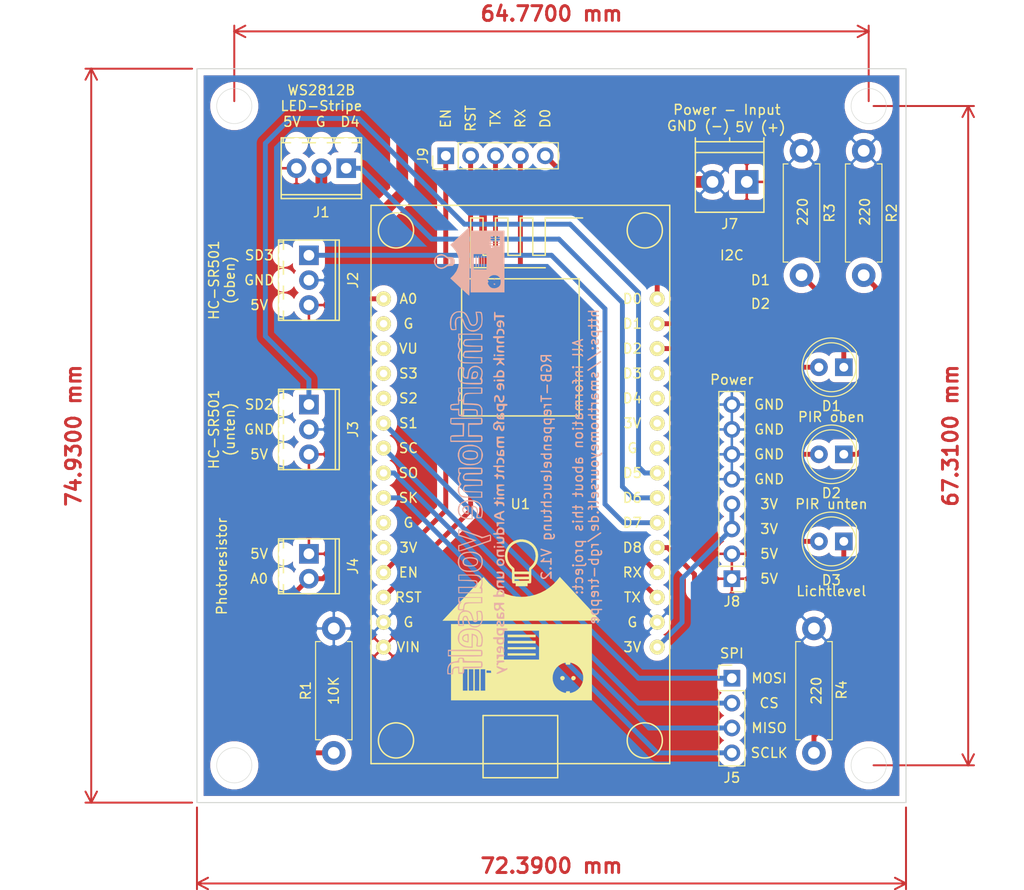
<source format=kicad_pcb>
(kicad_pcb (version 20221018) (generator pcbnew)
  (layers (0 "F.Cu" signal) (31 "B.Cu" signal) (34 "B.Paste" user) (35 "F.Paste" user) (36 "B.SilkS" user "B.Silkscreen") (37 "F.SilkS" user "F.Silkscreen") (38 "B.Mask" user) (39 "F.Mask" user) (44 "Edge.Cuts" user))
  (net 0 "")
  (net 1 "Net-(D1-Pad1)")
  (net 2 "GND")
  (net 3 "+5V")
  (net 4 "Net-(J4-Pad2)")
  (net 5 "Net-(J5-Pad4)")
  (net 6 "Net-(J5-Pad3)")
  (net 7 "Net-(J5-Pad2)")
  (net 8 "Net-(J5-Pad1)")
  (net 9 "Net-(J8-Pad3)")
  (net 10 "Net-(J9-Pad5)")
  (net 11 "Net-(J9-Pad4)")
  (net 12 "Net-(J9-Pad3)")
  (net 13 "Net-(J9-Pad2)")
  (net 14 "Net-(J9-Pad1)")
  (net 15 "LED-PIR-Oben")
  (net 16 "Net-(D2-Pad1)")
  (net 17 "LED-PIR-Unten")
  (net 18 "LED-LIGHTLEVEL")
  (net 19 "Net-(D3-Pad1)")
  (net 20 "RGB-LEDs")
  (net 21 "PIR-OBEN")
  (net 22 "PIR-UNTEN")
  (net 23 "Net-(U1-Pad2)")
  (net 24 "Net-(U1-Pad3)")
  (net 25 "Net-(U1-Pad4)")
  (net 26 "Net-(U1-Pad5)")
  (net 27 "Net-(U1-Pad10)")
  (net 28 "Net-(U1-Pad11)")
  (net 29 "Net-(U1-Pad24)")
  (net 30 "Net-(U1-Pad25)")
  (net 31 "Net-(U1-Pad26)")
  (net 32 "Net-(U1-Pad27)")
  (footprint "LEDs:LED_D5.0mm" (layer "F.Cu") (at 187.96 81.28 180)
    (fp_text reference "D1" (at 1.27 -3.96) (layer "F.SilkS"))
    (fp_text value "LED PIR oben")
    (pad "1" thru_hole rect (at 0 0 180) (size 1.8 1.8) (drill 0.9) (layers "*.Cu" "*.Mask") (net 1 "Net-(D1-Pad1)"))
    (pad "2" thru_hole circle (at 2.54 0 180) (size 1.8 1.8) (drill 0.9) (layers "*.Cu" "*.Mask") (net 15 "LED-PIR-Oben"))
  )
  (footprint "LEDs:LED_D5.0mm" (layer "F.Cu") (at 187.96 90.17 180)
    (fp_text reference "D2" (at 1.27 -3.96) (layer "F.SilkS"))
    (fp_text value "LED PIR unten")
    (pad "1" thru_hole rect (at 0 0 180) (size 1.8 1.8) (drill 0.9) (layers "*.Cu" "*.Mask") (net 16 "Net-(D2-Pad1)"))
    (pad "2" thru_hole circle (at 2.54 0 180) (size 1.8 1.8) (drill 0.9) (layers "*.Cu" "*.Mask") (net 17 "LED-PIR-Unten"))
  )
  (footprint "LEDs:LED_D5.0mm" (layer "F.Cu") (at 187.96 99.06 180)
    (fp_text reference "D3" (at 1.27 -3.96) (layer "F.SilkS"))
    (fp_text value "LED Photoresistor")
    (pad "1" thru_hole rect (at 0 0 180) (size 1.8 1.8) (drill 0.9) (layers "*.Cu" "*.Mask") (net 19 "Net-(D3-Pad1)"))
    (pad "2" thru_hole circle (at 2.54 0 180) (size 1.8 1.8) (drill 0.9) (layers "*.Cu" "*.Mask") (net 18 "LED-LIGHTLEVEL"))
  )
  (footprint "TerminalBlocks_Phoenix:TerminalBlock_Phoenix_MPT-2.54mm_3pol" (layer "F.Cu") (at 137.16 60.96 180)
    (fp_text reference "J1" (at 2.54 -4.50088) (layer "F.SilkS"))
    (fp_text value "WS2812B")
    (pad "" np_thru_hole circle (at 0 2.54 180) (size 1.1 1.1) (drill 1.1) (layers "*.Cu" "*.Mask"))
    (pad "" np_thru_hole circle (at 2.54 2.54 180) (size 1.1 1.1) (drill 1.1) (layers "*.Cu" "*.Mask"))
    (pad "" np_thru_hole circle (at 5.08 2.54 180) (size 1.1 1.1) (drill 1.1) (layers "*.Cu" "*.Mask"))
    (pad "1" thru_hole rect (at 0 0 180) (size 1.99898 1.99898) (drill 1.09728) (layers "*.Cu" "*.Mask") (net 20 "RGB-LEDs"))
    (pad "2" thru_hole oval (at 2.54 0 180) (size 1.99898 1.99898) (drill 1.09728) (layers "*.Cu" "*.Mask") (net 2 "GND"))
    (pad "3" thru_hole oval (at 5.08 0 180) (size 1.99898 1.99898) (drill 1.09728) (layers "*.Cu" "*.Mask") (net 3 "+5V"))
  )
  (footprint "TerminalBlocks_Phoenix:TerminalBlock_Phoenix_MPT-2.54mm_3pol" (layer "F.Cu") (at 133.35 69.85 -90)
    (fp_text reference "J2" (at 2.54 -4.50088 90) (layer "F.SilkS"))
    (fp_text value "HC-SR501 (oben)")
    (pad "" np_thru_hole circle (at 0 2.54 270) (size 1.1 1.1) (drill 1.1) (layers "*.Cu" "*.Mask"))
    (pad "" np_thru_hole circle (at 2.54 2.54 270) (size 1.1 1.1) (drill 1.1) (layers "*.Cu" "*.Mask"))
    (pad "" np_thru_hole circle (at 5.08 2.54 270) (size 1.1 1.1) (drill 1.1) (layers "*.Cu" "*.Mask"))
    (pad "1" thru_hole rect (at 0 0 270) (size 1.99898 1.99898) (drill 1.09728) (layers "*.Cu" "*.Mask") (net 21 "PIR-OBEN"))
    (pad "2" thru_hole oval (at 2.54 0 270) (size 1.99898 1.99898) (drill 1.09728) (layers "*.Cu" "*.Mask") (net 2 "GND"))
    (pad "3" thru_hole oval (at 5.08 0 270) (size 1.99898 1.99898) (drill 1.09728) (layers "*.Cu" "*.Mask") (net 3 "+5V"))
  )
  (footprint "TerminalBlocks_Phoenix:TerminalBlock_Phoenix_MPT-2.54mm_3pol" (layer "F.Cu") (at 133.35 85.09 -90)
    (fp_text reference "J3" (at 2.54 -4.50088 90) (layer "F.SilkS"))
    (fp_text value "HC-SR501 (unten)")
    (pad "" np_thru_hole circle (at 0 2.54 270) (size 1.1 1.1) (drill 1.1) (layers "*.Cu" "*.Mask"))
    (pad "" np_thru_hole circle (at 2.54 2.54 270) (size 1.1 1.1) (drill 1.1) (layers "*.Cu" "*.Mask"))
    (pad "" np_thru_hole circle (at 5.08 2.54 270) (size 1.1 1.1) (drill 1.1) (layers "*.Cu" "*.Mask"))
    (pad "1" thru_hole rect (at 0 0 270) (size 1.99898 1.99898) (drill 1.09728) (layers "*.Cu" "*.Mask") (net 22 "PIR-UNTEN"))
    (pad "2" thru_hole oval (at 2.54 0 270) (size 1.99898 1.99898) (drill 1.09728) (layers "*.Cu" "*.Mask") (net 2 "GND"))
    (pad "3" thru_hole oval (at 5.08 0 270) (size 1.99898 1.99898) (drill 1.09728) (layers "*.Cu" "*.Mask") (net 3 "+5V"))
  )
  (footprint "TerminalBlocks_Phoenix:TerminalBlock_Phoenix_MPT-2.54mm_2pol" (layer "F.Cu") (at 133.35 100.33 -90)
    (fp_text reference "J4" (at 1.27 -4.50088 90) (layer "F.SilkS"))
    (fp_text value "Photoresistor")
    (pad "" np_thru_hole circle (at 0 2.54 270) (size 1.1 1.1) (drill 1.1) (layers "*.Cu" "*.Mask"))
    (pad "" np_thru_hole circle (at 2.54 2.54 270) (size 1.1 1.1) (drill 1.1) (layers "*.Cu" "*.Mask"))
    (pad "1" thru_hole rect (at 0 0 270) (size 1.99898 1.99898) (drill 1.09728) (layers "*.Cu" "*.Mask") (net 3 "+5V"))
    (pad "2" thru_hole oval (at 2.54 0 270) (size 1.99898 1.99898) (drill 1.09728) (layers "*.Cu" "*.Mask") (net 4 "Net-(J4-Pad2)"))
  )
  (footprint "Pin_Headers:Pin_Header_Straight_1x04_Pitch2.54mm" (layer "F.Cu") (at 176.53 113.03)
    (fp_text reference "J5" (at 0 10.16) (layer "F.SilkS"))
    (fp_text value "SPI")
    (pad "1" thru_hole rect (at 0 0) (size 1.7 1.7) (drill 1) (layers "*.Cu" "*.Mask") (net 8 "Net-(J5-Pad1)"))
    (pad "2" thru_hole oval (at 0 2.54) (size 1.7 1.7) (drill 1) (layers "*.Cu" "*.Mask") (net 7 "Net-(J5-Pad2)"))
    (pad "3" thru_hole oval (at 0 5.08) (size 1.7 1.7) (drill 1) (layers "*.Cu" "*.Mask") (net 6 "Net-(J5-Pad3)"))
    (pad "4" thru_hole oval (at 0 7.62) (size 1.7 1.7) (drill 1) (layers "*.Cu" "*.Mask") (net 5 "Net-(J5-Pad4)"))
  )
  (footprint "TerminalBlocks_Phoenix:TerminalBlock_Phoenix_PT-3.5mm_2pol" (layer "F.Cu") (at 178.054 62.357 180)
    (fp_text reference "J7" (at 1.75 -4.3) (layer "F.SilkS"))
    (fp_text value "Screw_Terminal_01x02")
    (pad "1" thru_hole rect (at 0 0 180) (size 2.4 2.4) (drill 1.2) (layers "*.Cu" "*.Mask") (net 3 "+5V"))
    (pad "2" thru_hole circle (at 3.5 0 180) (size 2.4 2.4) (drill 1.2) (layers "*.Cu" "*.Mask") (net 2 "GND"))
  )
  (footprint "Pin_Headers:Pin_Header_Straight_1x08_Pitch2.54mm" (layer "F.Cu") (at 176.53 102.87 180)
    (fp_text reference "J8" (at 0 -2.33) (layer "F.SilkS"))
    (fp_text value "Power")
    (pad "1" thru_hole rect (at 0 0 180) (size 1.7 1.7) (drill 1) (layers "*.Cu" "*.Mask") (net 3 "+5V"))
    (pad "2" thru_hole oval (at 0 2.54 180) (size 1.7 1.7) (drill 1) (layers "*.Cu" "*.Mask") (net 3 "+5V"))
    (pad "3" thru_hole oval (at 0 5.08 180) (size 1.7 1.7) (drill 1) (layers "*.Cu" "*.Mask") (net 9 "Net-(J8-Pad3)"))
    (pad "4" thru_hole oval (at 0 7.62 180) (size 1.7 1.7) (drill 1) (layers "*.Cu" "*.Mask") (net 9 "Net-(J8-Pad3)"))
    (pad "5" thru_hole oval (at 0 10.16 180) (size 1.7 1.7) (drill 1) (layers "*.Cu" "*.Mask") (net 2 "GND"))
    (pad "6" thru_hole oval (at 0 12.7 180) (size 1.7 1.7) (drill 1) (layers "*.Cu" "*.Mask") (net 2 "GND"))
    (pad "7" thru_hole oval (at 0 15.24 180) (size 1.7 1.7) (drill 1) (layers "*.Cu" "*.Mask") (net 2 "GND"))
    (pad "8" thru_hole oval (at 0 17.78 180) (size 1.7 1.7) (drill 1) (layers "*.Cu" "*.Mask") (net 2 "GND"))
  )
  (footprint "Resistors_THT:R_Axial_DIN0411_L9.9mm_D3.6mm_P12.70mm_Horizontal" (layer "F.Cu") (at 135.89 120.65 90)
    (fp_text reference "R1" (at 6.35 -2.86 90) (layer "F.SilkS"))
    (fp_text value "10K")
    (pad "1" thru_hole circle (at 0 0 90) (size 2.4 2.4) (drill 1.2) (layers "*.Cu" "*.Mask") (net 4 "Net-(J4-Pad2)"))
    (pad "2" thru_hole oval (at 12.7 0 90) (size 2.4 2.4) (drill 1.2) (layers "*.Cu" "*.Mask") (net 2 "GND"))
  )
  (footprint "Resistors_THT:R_Axial_DIN0411_L9.9mm_D3.6mm_P12.70mm_Horizontal" (layer "F.Cu") (at 189.992 59.182 -90)
    (fp_text reference "R2" (at 6.35 -2.86 90) (layer "F.SilkS"))
    (fp_text value "220")
    (pad "1" thru_hole circle (at 0 0 270) (size 2.4 2.4) (drill 1.2) (layers "*.Cu" "*.Mask") (net 2 "GND"))
    (pad "2" thru_hole oval (at 12.7 0 270) (size 2.4 2.4) (drill 1.2) (layers "*.Cu" "*.Mask") (net 16 "Net-(D2-Pad1)"))
  )
  (footprint "mcu:NodeMCU1.0(12-E)" (layer "F.Cu") (at 154.94 95.25)
    (fp_text reference "U1" (at 0 0) (layer "F.SilkS"))
    (fp_text value "NodeMCU1.0(ESP-12E)")
    (fp_text user "S2" (at -11.43 -10.795) (layer "F.SilkS"))
    (fp_text user "D4" (at 11.43 -10.795) (layer "F.SilkS"))
    (fp_text user "D8" (at 11.43 4.445) (layer "F.SilkS"))
    (fp_text user "D5" (at 11.43 -3.175) (layer "F.SilkS"))
    (fp_text user "RX" (at 11.43 6.985) (layer "F.SilkS"))
    (fp_text user "SC" (at -11.43 -5.715) (layer "F.SilkS"))
    (fp_text user "TX" (at 11.43 9.525) (layer "F.SilkS"))
    (fp_text user "3V" (at 11.43 14.605) (layer "F.SilkS"))
    (fp_text user "D0" (at 11.43 -20.955) (layer "F.SilkS"))
    (fp_text user "D7" (at 11.43 1.905) (layer "F.SilkS"))
    (fp_text user "D6" (at 11.43 -0.635) (layer "F.SilkS"))
    (fp_text user "3V" (at 11.43 -8.255) (layer "F.SilkS"))
    (fp_text user "VU" (at -11.43 -15.875) (layer "F.SilkS"))
    (fp_text user "G" (at -11.43 12.065) (layer "F.SilkS"))
    (fp_text user "G" (at 11.43 12.065) (layer "F.SilkS"))
    (fp_text user "D1" (at 11.43 -18.415) (layer "F.SilkS"))
    (fp_text user "D3" (at 11.43 -13.335) (layer "F.SilkS"))
    (fp_text user "SK" (at -11.43 -0.635) (layer "F.SilkS"))
    (fp_text user "SO" (at -11.43 -3.175) (layer "F.SilkS"))
    (fp_text user "RST" (at -11.43 9.525) (layer "F.SilkS"))
    (fp_text user "3V" (at -11.43 4.445) (layer "F.SilkS"))
    (fp_text user "S3" (at -11.43 -13.335) (layer "F.SilkS"))
    (fp_text user "EN" (at -11.43 6.985) (layer "F.SilkS"))
    (fp_text user "S1" (at -11.43 -8.255) (layer "F.SilkS"))
    (fp_text user "G" (at 11.43 -5.715) (layer "F.SilkS"))
    (fp_text user "A0" (at -11.43 -20.955) (layer "F.SilkS"))
    (fp_text user "VIN" (at -11.43 14.605) (layer "F.SilkS"))
    (fp_text user "G" (at -11.43 -18.415) (layer "F.SilkS"))
    (fp_text user "D2" (at 11.43 -15.875) (layer "F.SilkS"))
    (fp_text user "G" (at -11.43 1.905) (layer "F.SilkS"))
    (pad "1" thru_hole circle (at -13.97 -20.955) (size 1.524 1.524) (drill 0.762) (layers "*.Cu" "*.Mask" "F.SilkS") (net 4 "Net-(J4-Pad2)"))
    (pad "2" thru_hole circle (at -13.97 -18.415) (size 1.524 1.524) (drill 0.762) (layers "*.Cu" "*.Mask" "F.SilkS") (net 23 "Net-(U1-Pad2)"))
    (pad "3" thru_hole circle (at -13.97 -15.875) (size 1.524 1.524) (drill 0.762) (layers "*.Cu" "*.Mask" "F.SilkS") (net 24 "Net-(U1-Pad3)"))
    (pad "4" thru_hole circle (at -13.97 -13.335) (size 1.524 1.524) (drill 0.762) (layers "*.Cu" "*.Mask" "F.SilkS") (net 25 "Net-(U1-Pad4)"))
    (pad "5" thru_hole circle (at -13.97 -10.795) (size 1.524 1.524) (drill 0.762) (layers "*.Cu" "*.Mask" "F.SilkS") (net 26 "Net-(U1-Pad5)"))
    (pad "6" thru_hole circle (at -13.97 -8.255) (size 1.524 1.524) (drill 0.762) (layers "*.Cu" "*.Mask" "F.SilkS") (net 8 "Net-(J5-Pad1)"))
    (pad "7" thru_hole circle (at -13.97 -5.715) (size 1.524 1.524) (drill 0.762) (layers "*.Cu" "*.Mask" "F.SilkS") (net 7 "Net-(J5-Pad2)"))
    (pad "8" thru_hole circle (at -13.97 -3.175) (size 1.524 1.524) (drill 0.762) (layers "*.Cu" "*.Mask" "F.SilkS") (net 6 "Net-(J5-Pad3)"))
    (pad "9" thru_hole circle (at -13.97 -0.635) (size 1.524 1.524) (drill 0.762) (layers "*.Cu" "*.Mask" "F.SilkS") (net 5 "Net-(J5-Pad4)"))
    (pad "10" thru_hole circle (at -13.97 1.905) (size 1.524 1.524) (drill 0.762) (layers "*.Cu" "*.Mask" "F.SilkS") (net 27 "Net-(U1-Pad10)"))
    (pad "11" thru_hole circle (at -13.97 4.445) (size 1.524 1.524) (drill 0.762) (layers "*.Cu" "*.Mask" "F.SilkS") (net 28 "Net-(U1-Pad11)"))
    (pad "12" thru_hole circle (at -13.97 6.985) (size 1.524 1.524) (drill 0.762) (layers "*.Cu" "*.Mask" "F.SilkS") (net 14 "Net-(J9-Pad1)"))
    (pad "13" thru_hole circle (at -13.97 9.525) (size 1.524 1.524) (drill 0.762) (layers "*.Cu" "*.Mask" "F.SilkS") (net 13 "Net-(J9-Pad2)"))
    (pad "14" thru_hole circle (at -13.97 12.065) (size 1.524 1.524) (drill 0.762) (layers "*.Cu" "*.Mask" "F.SilkS") (net 2 "GND"))
    (pad "15" thru_hole circle (at -13.97 14.605) (size 1.524 1.524) (drill 0.762) (layers "*.Cu" "*.Mask" "F.SilkS") (net 3 "+5V"))
    (pad "16" thru_hole circle (at 13.97 14.605) (size 1.524 1.524) (drill 0.762) (layers "*.Cu" "*.Mask" "F.SilkS") (net 9 "Net-(J8-Pad3)"))
    (pad "17" thru_hole circle (at 13.97 12.065) (size 1.524 1.524) (drill 0.762) (layers "*.Cu" "*.Mask" "F.SilkS") (net 2 "GND"))
    (pad "18" thru_hole circle (at 13.97 9.525) (size 1.524 1.524) (drill 0.762) (layers "*.Cu" "*.Mask" "F.SilkS") (net 12 "Net-(J9-Pad3)"))
    (pad "19" thru_hole circle (at 13.97 6.985) (size 1.524 1.524) (drill 0.762) (layers "*.Cu" "*.Mask" "F.SilkS") (net 11 "Net-(J9-Pad4)"))
    (pad "20" thru_hole circle (at 13.97 4.445) (size 1.524 1.524) (drill 0.762) (layers "*.Cu" "*.Mask" "F.SilkS") (net 18 "LED-LIGHTLEVEL"))
    (pad "21" thru_hole circle (at 13.97 1.905) (size 1.524 1.524) (drill 0.762) (layers "*.Cu" "*.Mask" "F.SilkS") (net 21 "PIR-OBEN"))
    (pad "22" thru_hole circle (at 13.97 -0.635) (size 1.524 1.524) (drill 0.762) (layers "*.Cu" "*.Mask" "F.SilkS") (net 20 "RGB-LEDs"))
    (pad "23" thru_hole circle (at 13.97 -3.175) (size 1.524 1.524) (drill 0.762) (layers "*.Cu" "*.Mask" "F.SilkS") (net 22 "PIR-UNTEN"))
    (pad "24" thru_hole circle (at 13.97 -5.715) (size 1.524 1.524) (drill 0.762) (layers "*.Cu" "*.Mask" "F.SilkS") (net 29 "Net-(U1-Pad24)"))
    (pad "25" thru_hole circle (at 13.97 -8.255) (size 1.524 1.524) (drill 0.762) (layers "*.Cu" "*.Mask" "F.SilkS") (net 30 "Net-(U1-Pad25)"))
    (pad "26" thru_hole circle (at 13.97 -10.795) (size 1.524 1.524) (drill 0.762) (layers "*.Cu" "*.Mask" "F.SilkS") (net 31 "Net-(U1-Pad26)"))
    (pad "27" thru_hole circle (at 13.97 -13.335) (size 1.524 1.524) (drill 0.762) (layers "*.Cu" "*.Mask" "F.SilkS") (net 32 "Net-(U1-Pad27)"))
    (pad "28" thru_hole circle (at 13.97 -15.875) (size 1.524 1.524) (drill 0.762) (layers "*.Cu" "*.Mask" "F.SilkS") (net 17 "LED-PIR-Unten"))
    (pad "29" thru_hole circle (at 13.97 -18.415) (size 1.524 1.524) (drill 0.762) (layers "*.Cu" "*.Mask" "F.SilkS") (net 15 "LED-PIR-Oben"))
    (pad "30" thru_hole circle (at 13.97 -20.955) (size 1.524 1.524) (drill 0.762) (layers "*.Cu" "*.Mask" "F.SilkS") (net 10 "Net-(J9-Pad5)"))
  )
  (footprint "Pin_Headers:Pin_Header_Straight_1x05_Pitch2.54mm" (layer "F.Cu") (at 147.32 59.69 90)
    (fp_text reference "J9" (at 0 -2.33 90) (layer "F.SilkS"))
    (fp_text value "Div. Pins")
    (pad "1" thru_hole rect (at 0 0 90) (size 1.7 1.7) (drill 1) (layers "*.Cu" "*.Mask") (net 14 "Net-(J9-Pad1)"))
    (pad "2" thru_hole oval (at 0 2.54 90) (size 1.7 1.7) (drill 1) (layers "*.Cu" "*.Mask") (net 13 "Net-(J9-Pad2)"))
    (pad "3" thru_hole oval (at 0 5.08 90) (size 1.7 1.7) (drill 1) (layers "*.Cu" "*.Mask") (net 12 "Net-(J9-Pad3)"))
    (pad "4" thru_hole oval (at 0 7.62 90) (size 1.7 1.7) (drill 1) (layers "*.Cu" "*.Mask") (net 11 "Net-(J9-Pad4)"))
    (pad "5" thru_hole oval (at 0 10.16 90) (size 1.7 1.7) (drill 1) (layers "*.Cu" "*.Mask") (net 10 "Net-(J9-Pad5)"))
  )
  (footprint "Resistors_THT:R_Axial_DIN0411_L9.9mm_D3.6mm_P12.70mm_Horizontal" (layer "F.Cu") (at 183.642 59.182 -90)
    (fp_text reference "R3" (at 6.35 -2.86 90) (layer "F.SilkS"))
    (fp_text value "220")
    (pad "1" thru_hole circle (at 0 0 270) (size 2.4 2.4) (drill 1.2) (layers "*.Cu" "*.Mask") (net 2 "GND"))
    (pad "2" thru_hole oval (at 12.7 0 270) (size 2.4 2.4) (drill 1.2) (layers "*.Cu" "*.Mask") (net 1 "Net-(D1-Pad1)"))
  )
  (footprint "Resistors_THT:R_Axial_DIN0411_L9.9mm_D3.6mm_P12.70mm_Horizontal" (layer "F.Cu") (at 184.912 107.95 -90)
    (fp_text reference "R4" (at 6.271999 -2.826001 90) (layer "F.SilkS"))
    (fp_text value "220")
    (pad "1" thru_hole circle (at 0 0 270) (size 2.4 2.4) (drill 1.2) (layers "*.Cu" "*.Mask") (net 2 "GND"))
    (pad "2" thru_hole oval (at 12.7 0 270) (size 2.4 2.4) (drill 1.2) (layers "*.Cu" "*.Mask") (net 19 "Net-(D3-Pad1)"))
  )
  (footprint "Grafiken:shys-logo-haus" (layer "F.Cu") (at 155.067 107.061)
    (fp_text reference "G***" hide)
    (fp_text value "LOGO" hide)
  )
  (footprint "Grafiken:SHYS-Logo-Default" (layer "B.Cu") (at 149.86 89.789 -90)
    (fp_text reference "G***" hide)
    (fp_text value "LOGO" hide)
  )
  (gr_circle (center 125.73 54.61) (end 124.46 55.88) (stroke (width 0.05)) (fill none) (layer "Edge.Cuts"))
  (gr_line (start 194.31 125.73) (end 121.92 125.73) (stroke (width 0.1)) (layer "Edge.Cuts"))
  (gr_circle (center 190.5 121.92) (end 191.77 123.19) (stroke (width 0.05)) (fill none) (layer "Edge.Cuts"))
  (gr_line (start 121.92 50.8) (end 194.31 50.8) (stroke (width 0.1)) (layer "Edge.Cuts"))
  (gr_circle (center 190.5 54.61) (end 191.77 55.88) (stroke (width 0.05)) (fill none) (layer "Edge.Cuts"))
  (gr_line (start 194.31 50.8) (end 194.31 125.73) (stroke (width 0.1)) (layer "Edge.Cuts"))
  (gr_line (start 121.92 125.73) (end 121.92 50.8) (stroke (width 0.1)) (layer "Edge.Cuts"))
  (gr_circle (center 125.73 121.92) (end 124.46 123.19) (stroke (width 0.05)) (fill none) (layer "Edge.Cuts"))
  (gr_text "RGB-Treppenbeleuchtung V1.2\n\nAll information about this project:\nhttps://smarthomeyourself.de/rgb-treppe" (at 160.02 91.44 90) (layer "B.SilkS") (effects (font (size 1 1)) (justify mirror)))
  (gr_text "HC-SR501\n(oben)" (at 124.46 72.39 90) (layer "F.SilkS") (effects (font (size 1 1))))
  (gr_text "220" (at 183.769 65.405 90) (layer "F.SilkS") (effects (font (size 1 1))))
  (gr_text "SPI" (at 176.53 110.49) (layer "F.SilkS") (effects (font (size 1 1))))
  (gr_text "GND" (at 180.34 90.17) (layer "F.SilkS") (effects (font (size 1 1))))
  (gr_text "SCLK" (at 180.34 120.65) (layer "F.SilkS") (effects (font (size 1 1))))
  (gr_text "Power - Input" (at 176.022 54.991) (layer "F.SilkS") (effects (font (size 1 1))))
  (gr_text "10K" (at 135.89 114.3 90) (layer "F.SilkS") (effects (font (size 1 1))))
  (gr_text "5V" (at 180.34 100.33) (layer "F.SilkS") (effects (font (size 1 1))))
  (gr_text "220" (at 185.166 114.3 90) (layer "F.SilkS") (effects (font (size 1 1))))
  (gr_text "CS" (at 180.34 115.57) (layer "F.SilkS") (effects (font (size 1 1))))
  (gr_text "GND" (at 180.34 87.63) (layer "F.SilkS") (effects (font (size 1 1))))
  (gr_text "RX" (at 154.94 55.88 90) (layer "F.SilkS") (effects (font (size 1 1))))
  (gr_text "PIR oben" (at 186.69 86.36) (layer "F.SilkS") (effects (font (size 1 1))))
  (gr_text "MOSI" (at 180.34 113.03) (layer "F.SilkS") (effects (font (size 1 1))))
  (gr_text "5V" (at 180.34 102.87) (layer "F.SilkS") (effects (font (size 1 1))))
  (gr_text "Photoresistor" (at 124.46 101.6 90) (layer "F.SilkS") (effects (font (size 1 1))))
  (gr_text "3V" (at 180.34 97.79) (layer "F.SilkS") (effects (font (size 1 1))))
  (gr_text "Lichtlevel" (at 186.69 104.14) (layer "F.SilkS") (effects (font (size 1 1))))
  (gr_text "GND" (at 128.27 87.63) (layer "F.SilkS") (effects (font (size 1 1))))
  (gr_text "GND (-)" (at 173.101 56.642) (layer "F.SilkS") (effects (font (size 1 1))))
  (gr_text "5V" (at 128.27 90.17) (layer "F.SilkS") (effects (font (size 1 1))))
  (gr_text "220" (at 190.119 65.405 90) (layer "F.SilkS") (effects (font (size 1 1))))
  (gr_text "PIR unten" (at 186.69 95.25) (layer "F.SilkS") (effects (font (size 1 1))))
  (gr_text "GND" (at 180.34 92.71) (layer "F.SilkS") (effects (font (size 1 1))))
  (gr_text "D1" (at 179.451 72.39) (layer "F.SilkS") (effects (font (size 1 1))))
  (gr_text "MISO" (at 180.34 118.11) (layer "F.SilkS") (effects (font (size 1 1))))
  (gr_text "5V" (at 128.27 100.33) (layer "F.SilkS") (effects (font (size 1 1))))
  (gr_text "5V (+)" (at 179.451 56.769) (layer "F.SilkS") (effects (font (size 1 1))))
  (gr_text "Power" (at 176.53 82.55) (layer "F.SilkS") (effects (font (size 1 1))))
  (gr_text "SD3" (at 128.27 69.85) (layer "F.SilkS") (effects (font (size 1 1))))
  (gr_text "GND" (at 180.34 85.09) (layer "F.SilkS") (effects (font (size 1 1))))
  (gr_text "RST" (at 149.86 55.88 90) (layer "F.SilkS") (effects (font (size 1 1))))
  (gr_text "5V" (at 128.27 74.93) (layer "F.SilkS") (effects (font (size 1 1))))
  (gr_text "WS2812B\nLED-Stripe\n 5V  G  D4 " (at 134.62 54.61) (layer "F.SilkS") (effects (font (size 1 1))))
  (gr_text "EN" (at 147.32 55.88 90) (layer "F.SilkS") (effects (font (size 1 1))))
  (gr_text "GND" (at 128.27 72.39) (layer "F.SilkS") (effects (font (size 1 1))))
  (gr_text "3V" (at 180.34 95.25) (layer "F.SilkS") (effects (font (size 1 1))))
  (gr_text "SD2" (at 128.27 85.09) (layer "F.SilkS") (effects (font (size 1 1))))
  (gr_text "A0" (at 128.27 102.87) (layer "F.SilkS") (effects (font (size 1 1))))
  (gr_text "D2" (at 179.451 74.803) (layer "F.SilkS") (effects (font (size 1 1))))
  (gr_text "HC-SR501\n(unten)" (at 124.46 87.63 90) (layer "F.SilkS") (effects (font (size 1 1))))
  (gr_text "D0" (at 157.48 55.88 90) (layer "F.SilkS") (effects (font (size 1 1))))
  (gr_text "TX" (at 152.4 55.88 90) (layer "F.SilkS") (effects (font (size 1 1))))
  (gr_text "I2C" (at 176.53 69.85) (layer "F.SilkS") (effects (font (size 1 1))))
  (dimension (type aligned) (layer "F.Cu") (pts (xy 121.92 50.8) (xy 121.92 125.73)) (height 10.795) (gr_text "74,9300 mm" (at 109.325 88.265 90) (layer "F.Cu") (effects (font (size 1.5 1.5) (thickness 0.3)))) (format (prefix "") (suffix "") (units 3) (units_format 1) (precision 4)) (style (thickness 0.2) (arrow_length 1.27) (text_position_mode 0) (extension_height 0.58642) (extension_offset 0.5) keep_text_aligned))
  (dimension (type aligned) (layer "F.Cu") (pts (xy 190.5 54.61) (xy 125.73 54.61)) (height 7.62) (gr_text "64,7700 mm" (at 158.115 45.19) (layer "F.Cu") (effects (font (size 1.5 1.5) (thickness 0.3)))) (format (prefix "") (suffix "") (units 3) (units_format 1) (precision 4)) (style (thickness 0.2) (arrow_length 1.27) (text_position_mode 0) (extension_height 0.58642) (extension_offset 0.5) keep_text_aligned))
  (dimension (type aligned) (layer "F.Cu") (pts (xy 121.92 125.73) (xy 194.31 125.73)) (height 8.255) (gr_text "72,3900 mm" (at 158.115 132.185) (layer "F.Cu") (effects (font (size 1.5 1.5) (thickness 0.3)))) (format (prefix "") (suffix "") (units 3) (units_format 1) (precision 4)) (style (thickness 0.2) (arrow_length 1.27) (text_position_mode 0) (extension_height 0.58642) (extension_offset 0.5) keep_text_aligned))
  (dimension (type aligned) (layer "F.Cu") (pts (xy 190.5 54.61) (xy 190.5 121.92)) (height -10.16) (gr_text "67,3100 mm" (at 198.86 88.265 90) (layer "F.Cu") (effects (font (size 1.5 1.5) (thickness 0.3)))) (format (prefix "") (suffix "") (units 3) (units_format 1) (precision 4)) (style (thickness 0.2) (arrow_length 1.27) (text_position_mode 0) (extension_height 0.58642) (extension_offset 0.5) keep_text_aligned))
  (segment (start 187.96 76.2) (end 187.96 81.28) (width 0.5) (layer "F.Cu") (net 1))
  (segment (start 183.642 71.882) (end 187.96 76.2) (width 0.5) (layer "F.Cu") (net 1))
  (segment (start 144.145 54.61) (end 142.875 55.88) (width 1.2) (layer "F.Cu") (net 2))
  (segment (start 142.875 63.5) (end 140.335 66.04) (width 1.2) (layer "F.Cu") (net 2))
  (segment (start 142.875 55.88) (end 142.875 63.5) (width 1.2) (layer "F.Cu") (net 2))
  (segment (start 140.335 66.04) (end 137.16 66.04) (width 1.2) (layer "F.Cu") (net 2))
  (segment (start 162.56 54.61) (end 144.145 54.61) (width 1.2) (layer "F.Cu") (net 2))
  (segment (start 174.554 62.357) (end 170.307 62.357) (width 1.2) (layer "F.Cu") (net 2))
  (segment (start 134.62 63.5) (end 134.62 60.96) (width 1.2) (layer "F.Cu") (net 2))
  (segment (start 170.307 62.357) (end 162.56 54.61) (width 1.2) (layer "F.Cu") (net 2))
  (segment (start 137.16 66.04) (end 134.62 63.5) (width 1.2) (layer "F.Cu") (net 2))
  (segment (start 133.35 102.87) (end 134.763492 102.87) (width 0.5) (layer "F.Cu") (net 4))
  (segment (start 138.811 74.295) (end 140.97 74.295) (width 0.5) (layer "F.Cu") (net 4))
  (segment (start 137.795 99.838492) (end 137.795 75.311) (width 0.5) (layer "F.Cu") (net 4))
  (segment (start 133.35 120.65) (end 132.08 119.38) (width 0.5) (layer "F.Cu") (net 4))
  (segment (start 135.89 120.65) (end 133.35 120.65) (width 0.5) (layer "F.Cu") (net 4))
  (segment (start 132.08 104.14) (end 133.35 102.87) (width 0.5) (layer "F.Cu") (net 4))
  (segment (start 137.795 75.311) (end 138.811 74.295) (width 0.5) (layer "F.Cu") (net 4))
  (segment (start 132.08 119.38) (end 132.08 104.14) (width 0.5) (layer "F.Cu") (net 4))
  (segment (start 134.763492 102.87) (end 137.795 99.838492) (width 0.5) (layer "F.Cu") (net 4))
  (segment (start 142.875 94.615) (end 168.91 120.65) (width 0.5) (layer "B.Cu") (net 5))
  (segment (start 168.91 120.65) (end 176.53 120.65) (width 0.5) (layer "B.Cu") (net 5))
  (segment (start 140.97 94.615) (end 142.875 94.615) (width 0.5) (layer "B.Cu") (net 5))
  (segment (start 140.97 92.075) (end 142.04763 92.075) (width 0.5) (layer "B.Cu") (net 6))
  (segment (start 168.08263 118.11) (end 175.327919 118.11) (width 0.5) (layer "B.Cu") (net 6))
  (segment (start 175.327919 118.11) (end 176.53 118.11) (width 0.5) (layer "B.Cu") (net 6))
  (segment (start 142.04763 92.075) (end 168.08263 118.11) (width 0.5) (layer "B.Cu") (net 6))
  (segment (start 176.53 115.57) (end 167.005 115.57) (width 0.5) (layer "B.Cu") (net 7))
  (segment (start 167.005 115.57) (end 140.97 89.535) (width 0.5) (layer "B.Cu") (net 7))
  (segment (start 176.53 113.03) (end 167.005 113.03) (width 0.5) (layer "B.Cu") (net 8))
  (segment (start 167.005 113.03) (end 140.97 86.995) (width 0.5) (layer "B.Cu") (net 8))
  (segment (start 171.45 107.315) (end 171.45 102.87) (width 0.5) (layer "B.Cu") (net 9))
  (segment (start 168.91 109.855) (end 171.45 107.315) (width 0.5) (layer "B.Cu") (net 9))
  (segment (start 176.53 97.79) (end 176.53 95.25) (width 0.5) (layer "B.Cu") (net 9))
  (segment (start 171.45 102.87) (end 176.53 97.79) (width 0.5) (layer "B.Cu") (net 9))
  (segment (start 157.48 59.69) (end 168.91 71.12) (width 0.5) (layer "F.Cu") (net 10))
  (segment (start 168.91 71.12) (end 168.91 74.295) (width 0.5) (layer "F.Cu") (net 10))
  (segment (start 154.94 59.69) (end 154.94 88.265) (width 0.5) (layer "F.Cu") (net 11))
  (segment (start 154.94 88.265) (end 168.91 102.235) (width 0.5) (layer "F.Cu") (net 11))
  (segment (start 152.4 88.265) (end 168.91 104.775) (width 0.5) (layer "F.Cu") (net 12))
  (segment (start 152.4 59.69) (end 152.4 88.265) (width 0.5) (layer "F.Cu") (net 12))
  (segment (start 149.86 95.885) (end 140.97 104.775) (width 0.5) (layer "F.Cu") (net 13))
  (segment (start 149.86 59.69) (end 149.86 95.885) (width 0.5) (layer "F.Cu") (net 13))
  (segment (start 147.32 59.69) (end 147.32 95.885) (width 0.5) (layer "F.Cu") (net 14))
  (segment (start 147.32 95.885) (end 140.97 102.235) (width 0.5) (layer "F.Cu") (net 14))
  (segment (start 176.53 76.835) (end 180.975 81.28) (width 0.5) (layer "F.Cu") (net 15))
  (segment (start 168.91 76.835) (end 176.53 76.835) (width 0.5) (layer "F.Cu") (net 15))
  (segment (start 180.975 81.28) (end 185.42 81.28) (width 0.5) (layer "F.Cu") (net 15))
  (segment (start 191.191999 88.338001) (end 189.36 90.17) (width 0.5) (layer "F.Cu") (net 16))
  (segment (start 189.992 71.882) (end 191.191999 73.081999) (width 0.5) (layer "F.Cu") (net 16))
  (segment (start 189.36 90.17) (end 187.96 90.17) (width 0.5) (layer "F.Cu") (net 16))
  (segment (start 191.191999 73.081999) (end 191.191999 88.338001) (width 0.5) (layer "F.Cu") (net 16))
  (segment (start 168.91 79.375) (end 176.53 79.375) (width 0.5) (layer "F.Cu") (net 17))
  (segment (start 180.721 88.773) (end 182.118 90.17) (width 0.5) (layer "F.Cu") (net 17))
  (segment (start 176.53 79.375) (end 180.721 83.566) (width 0.5) (layer "F.Cu") (net 17))
  (segment (start 180.721 83.566) (end 180.721 88.773) (width 0.5) (layer "F.Cu") (net 17))
  (segment (start 182.118 90.17) (end 185.42 90.17) (width 0.5) (layer "F.Cu") (net 17))
  (segment (start 180.34 104.14) (end 180.34 100.33) (width 0.5) (layer "F.Cu") (net 18))
  (segment (start 180.34 100.33) (end 181.61 99.06) (width 0.5) (layer "F.Cu") (net 18))
  (segment (start 168.91 99.695) (end 169.98763 99.695) (width 0.5) (layer "F.Cu") (net 18))
  (segment (start 172.72 102.42737) (end 172.72 104.14) (width 0.5) (layer "F.Cu") (net 18))
  (segment (start 177.8 106.68) (end 180.34 104.14) (width 0.5) (layer "F.Cu") (net 18))
  (segment (start 169.98763 99.695) (end 172.72 102.42737) (width 0.5) (layer "F.Cu") (net 18))
  (segment (start 172.72 104.14) (end 175.26 106.68) (width 0.5) (layer "F.Cu") (net 18))
  (segment (start 175.26 106.68) (end 177.8 106.68) (width 0.5) (layer "F.Cu") (net 18))
  (segment (start 181.61 99.06) (end 185.42 99.06) (width 0.5) (layer "F.Cu") (net 18))
  (segment (start 187.96 115.904944) (end 187.96 99.06) (width 0.5) (layer "F.Cu") (net 19))
  (segment (start 184.912 118.952944) (end 187.96 115.904944) (width 0.5) (layer "F.Cu") (net 19))
  (segment (start 184.912 120.65) (end 184.912 118.952944) (width 0.5) (layer "F.Cu") (net 19))
  (segment (start 145.89849 68.199) (end 158.877 68.199) (width 0.5) (layer "B.Cu") (net 20))
  (segment (start 165.354 93.472) (end 166.497 94.615) (width 0.5) (layer "B.Cu") (net 20))
  (segment (start 138.65949 60.96) (end 145.89849 68.199) (width 0.5) (layer "B.Cu") (net 20))
  (segment (start 166.497 94.615) (end 168.91 94.615) (width 0.5) (layer "B.Cu") (net 20))
  (segment (start 165.354 74.676) (end 165.354 93.472) (width 0.5) (layer "B.Cu") (net 20))
  (segment (start 158.877 68.199) (end 165.354 74.676) (width 0.5) (layer "B.Cu") (net 20))
  (segment (start 137.16 60.96) (end 138.65949 60.96) (width 0.5) (layer "B.Cu") (net 20))
  (segment (start 165.481 97.155) (end 168.91 97.155) (width 0.5) (layer "B.Cu") (net 21))
  (segment (start 163.576 95.25) (end 165.481 97.155) (width 0.5) (layer "B.Cu") (net 21))
  (segment (start 133.35 69.85) (end 158.115 69.85) (width 0.5) (layer "B.Cu") (net 21))
  (segment (start 158.115 69.85) (end 163.576 75.311) (width 0.5) (layer "B.Cu") (net 21))
  (segment (start 163.576 75.311) (end 163.576 95.25) (width 0.5) (layer "B.Cu") (net 21))
  (segment (start 160.02 66.675) (end 149.225 66.675) (width 0.5) (layer "B.Cu") (net 22))
  (segment (start 167.64 92.075) (end 167.005 91.44) (width 0.5) (layer "B.Cu") (net 22))
  (segment (start 133.35 82.55) (end 133.35 85.09) (width 0.5) (layer "B.Cu") (net 22))
  (segment (start 168.91 92.075) (end 167.64 92.075) (width 0.5) (layer "B.Cu") (net 22))
  (segment (start 167.005 91.44) (end 167.005 73.66) (width 0.5) (layer "B.Cu") (net 22))
  (segment (start 138.43 55.88) (end 131.445 55.88) (width 0.5) (layer "B.Cu") (net 22))
  (segment (start 167.005 73.66) (end 160.02 66.675) (width 0.5) (layer "B.Cu") (net 22))
  (segment (start 128.905 58.42) (end 128.905 78.105) (width 0.5) (layer "B.Cu") (net 22))
  (segment (start 149.225 66.675) (end 138.43 55.88) (width 0.5) (layer "B.Cu") (net 22))
  (segment (start 131.445 55.88) (end 128.905 58.42) (width 0.5) (layer "B.Cu") (net 22))
  (segment (start 128.905 78.105) (end 133.35 82.55) (width 0.5) (layer "B.Cu") (net 22))
  (zone (net 3) (net_name "+5V") (layer "F.Cu") (connect_pads (clearance 0.508)) (min_thickness 0.254) (fill yes (thermal_gap 0.508) (thermal_bridge_width 0.508))
    (polygon (pts (xy 194.31 125.73) (xy 121.92 125.73) (xy 121.92 50.8) (xy 194.31 50.8)))
  )
  (zone (net 2) (net_name "GND") (layer "B.Cu") (connect_pads (clearance 0.508)) (min_thickness 0.254) (fill yes (thermal_gap 0.508) (thermal_bridge_width 0.508))
    (polygon (pts (xy 194.31 125.73) (xy 121.92 125.73) (xy 121.92 50.8) (xy 194.31 50.8)))
  )
)
</source>
